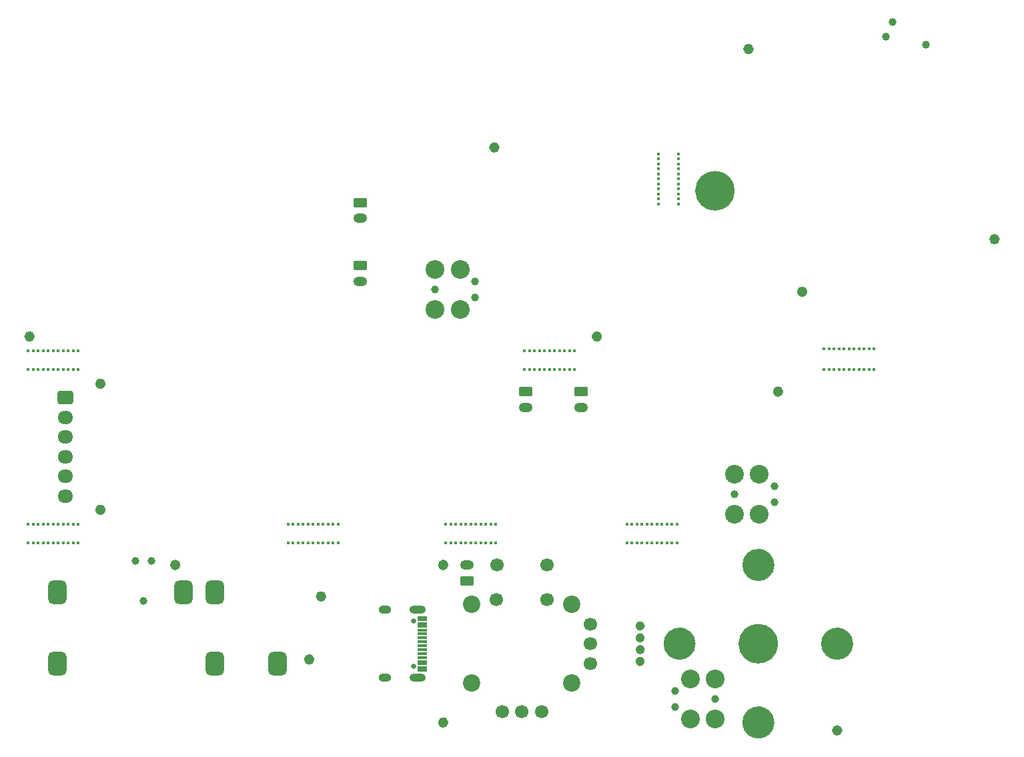
<source format=gbr>
G04 #@! TF.GenerationSoftware,KiCad,Pcbnew,8.0.5*
G04 #@! TF.CreationDate,2025-07-01T00:57:45-07:00*
G04 #@! TF.ProjectId,IotRollerBlinds,496f7452-6f6c-46c6-9572-426c696e6473,rev?*
G04 #@! TF.SameCoordinates,Original*
G04 #@! TF.FileFunction,Soldermask,Bot*
G04 #@! TF.FilePolarity,Negative*
%FSLAX46Y46*%
G04 Gerber Fmt 4.6, Leading zero omitted, Abs format (unit mm)*
G04 Created by KiCad (PCBNEW 8.0.5) date 2025-07-01 00:57:45*
%MOMM*%
%LPD*%
G01*
G04 APERTURE LIST*
G04 Aperture macros list*
%AMRoundRect*
0 Rectangle with rounded corners*
0 $1 Rounding radius*
0 $2 $3 $4 $5 $6 $7 $8 $9 X,Y pos of 4 corners*
0 Add a 4 corners polygon primitive as box body*
4,1,4,$2,$3,$4,$5,$6,$7,$8,$9,$2,$3,0*
0 Add four circle primitives for the rounded corners*
1,1,$1+$1,$2,$3*
1,1,$1+$1,$4,$5*
1,1,$1+$1,$6,$7*
1,1,$1+$1,$8,$9*
0 Add four rect primitives between the rounded corners*
20,1,$1+$1,$2,$3,$4,$5,0*
20,1,$1+$1,$4,$5,$6,$7,0*
20,1,$1+$1,$6,$7,$8,$9,0*
20,1,$1+$1,$8,$9,$2,$3,0*%
G04 Aperture macros list end*
%ADD10C,0.650000*%
%ADD11C,0.700000*%
%ADD12C,2.050000*%
%ADD13C,2.500000*%
%ADD14C,0.380000*%
%ADD15RoundRect,0.250000X0.625000X-0.350000X0.625000X0.350000X-0.625000X0.350000X-0.625000X-0.350000X0*%
%ADD16O,1.750000X1.200000*%
%ADD17C,1.152000*%
%ADD18C,2.374900*%
%ADD19C,0.990600*%
%ADD20RoundRect,0.250000X-0.625000X0.350000X-0.625000X-0.350000X0.625000X-0.350000X0.625000X0.350000X0*%
%ADD21RoundRect,0.250000X-0.725000X0.600000X-0.725000X-0.600000X0.725000X-0.600000X0.725000X0.600000X0*%
%ADD22O,1.950000X1.700000*%
%ADD23RoundRect,0.125000X-0.000010X0.446000X-0.000010X-0.446000X0.000010X-0.446000X0.000010X0.446000X0*%
%ADD24RoundRect,0.125000X-0.000010X1.202500X-0.000010X-1.202500X0.000010X-1.202500X0.000010X1.202500X0*%
%ADD25RoundRect,0.125000X-0.000010X1.715000X-0.000010X-1.715000X0.000010X-1.715000X0.000010X1.715000X0*%
%ADD26RoundRect,0.125000X-0.000010X1.548500X-0.000010X-1.548500X0.000010X-1.548500X0.000010X1.548500X0*%
%ADD27C,0.650000*%
%ADD28R,1.150000X0.300000*%
%ADD29O,1.600000X1.000000*%
%ADD30O,2.100000X1.000000*%
%ADD31C,1.700000*%
%ADD32C,2.200000*%
%ADD33RoundRect,0.575000X0.575000X0.925000X-0.575000X0.925000X-0.575000X-0.925000X0.575000X-0.925000X0*%
G04 APERTURE END LIST*
D10*
X45825000Y-115000000D02*
G75*
G02*
X45175000Y-115000000I-325000J0D01*
G01*
X45175000Y-115000000D02*
G75*
G02*
X45825000Y-115000000I325000J0D01*
G01*
X129825000Y-136000000D02*
G75*
G02*
X129175000Y-136000000I-325000J0D01*
G01*
X129175000Y-136000000D02*
G75*
G02*
X129825000Y-136000000I325000J0D01*
G01*
X79825000Y-115000000D02*
G75*
G02*
X79175000Y-115000000I-325000J0D01*
G01*
X79175000Y-115000000D02*
G75*
G02*
X79825000Y-115000000I325000J0D01*
G01*
X149802591Y-73653669D02*
G75*
G02*
X149152591Y-73653669I-325000J0D01*
G01*
X149152591Y-73653669D02*
G75*
G02*
X149802591Y-73653669I325000J0D01*
G01*
X99325000Y-86000000D02*
G75*
G02*
X98675000Y-86000000I-325000J0D01*
G01*
X98675000Y-86000000D02*
G75*
G02*
X99325000Y-86000000I325000J0D01*
G01*
X79825000Y-135000000D02*
G75*
G02*
X79175000Y-135000000I-325000J0D01*
G01*
X79175000Y-135000000D02*
G75*
G02*
X79825000Y-135000000I325000J0D01*
G01*
X36325000Y-92000000D02*
G75*
G02*
X35675000Y-92000000I-325000J0D01*
G01*
X35675000Y-92000000D02*
G75*
G02*
X36325000Y-92000000I325000J0D01*
G01*
X86325000Y-62000000D02*
G75*
G02*
X85675000Y-62000000I-325000J0D01*
G01*
X85675000Y-62000000D02*
G75*
G02*
X86325000Y-62000000I325000J0D01*
G01*
X62825000Y-127000000D02*
G75*
G02*
X62175000Y-127000000I-325000J0D01*
G01*
X62175000Y-127000000D02*
G75*
G02*
X62825000Y-127000000I325000J0D01*
G01*
X27325000Y-86000000D02*
G75*
G02*
X26675000Y-86000000I-325000J0D01*
G01*
X26675000Y-86000000D02*
G75*
G02*
X27325000Y-86000000I325000J0D01*
G01*
X36325000Y-108000000D02*
G75*
G02*
X35675000Y-108000000I-325000J0D01*
G01*
X35675000Y-108000000D02*
G75*
G02*
X36325000Y-108000000I325000J0D01*
G01*
X118575000Y-49500000D02*
G75*
G02*
X117925000Y-49500000I-325000J0D01*
G01*
X117925000Y-49500000D02*
G75*
G02*
X118575000Y-49500000I325000J0D01*
G01*
X122325000Y-93000000D02*
G75*
G02*
X121675000Y-93000000I-325000J0D01*
G01*
X121675000Y-93000000D02*
G75*
G02*
X122325000Y-93000000I325000J0D01*
G01*
X125393407Y-80320133D02*
G75*
G02*
X124743407Y-80320133I-325000J0D01*
G01*
X124743407Y-80320133D02*
G75*
G02*
X125393407Y-80320133I325000J0D01*
G01*
X64325000Y-119000000D02*
G75*
G02*
X63675000Y-119000000I-325000J0D01*
G01*
X63675000Y-119000000D02*
G75*
G02*
X64325000Y-119000000I325000J0D01*
G01*
D11*
X104750000Y-122750000D02*
G75*
G02*
X104250000Y-122750000I-250000J0D01*
G01*
X104250000Y-122750000D02*
G75*
G02*
X104750000Y-122750000I250000J0D01*
G01*
X104750000Y-124250000D02*
G75*
G02*
X104250000Y-124250000I-250000J0D01*
G01*
X104250000Y-124250000D02*
G75*
G02*
X104750000Y-124250000I250000J0D01*
G01*
X104750000Y-125750000D02*
G75*
G02*
X104250000Y-125750000I-250000J0D01*
G01*
X104250000Y-125750000D02*
G75*
G02*
X104750000Y-125750000I250000J0D01*
G01*
X104750000Y-127250000D02*
G75*
G02*
X104250000Y-127250000I-250000J0D01*
G01*
X104250000Y-127250000D02*
G75*
G02*
X104750000Y-127250000I250000J0D01*
G01*
D12*
X120525000Y-115000000D02*
G75*
G02*
X118475000Y-115000000I-1025000J0D01*
G01*
X118475000Y-115000000D02*
G75*
G02*
X120525000Y-115000000I1025000J0D01*
G01*
D13*
X115250000Y-67500000D02*
G75*
G02*
X112750000Y-67500000I-1250000J0D01*
G01*
X112750000Y-67500000D02*
G75*
G02*
X115250000Y-67500000I1250000J0D01*
G01*
X120750000Y-125000000D02*
G75*
G02*
X118250000Y-125000000I-1250000J0D01*
G01*
X118250000Y-125000000D02*
G75*
G02*
X120750000Y-125000000I1250000J0D01*
G01*
D12*
X130525000Y-125000000D02*
G75*
G02*
X128475000Y-125000000I-1025000J0D01*
G01*
X128475000Y-125000000D02*
G75*
G02*
X130525000Y-125000000I1025000J0D01*
G01*
X120525000Y-135000000D02*
G75*
G02*
X118475000Y-135000000I-1025000J0D01*
G01*
X118475000Y-135000000D02*
G75*
G02*
X120525000Y-135000000I1025000J0D01*
G01*
X110525000Y-125000000D02*
G75*
G02*
X108475000Y-125000000I-1025000J0D01*
G01*
X108475000Y-125000000D02*
G75*
G02*
X110525000Y-125000000I1025000J0D01*
G01*
D14*
X134175000Y-90190000D03*
X133540000Y-90190000D03*
X132905000Y-90190000D03*
X132270000Y-90190000D03*
X131635000Y-90190000D03*
X131000000Y-90190000D03*
X130365000Y-90190000D03*
X129730000Y-90190000D03*
X129095000Y-90190000D03*
X128460000Y-90190000D03*
X127825000Y-90190000D03*
D15*
X82500000Y-117000000D03*
D16*
X82500000Y-115000000D03*
D17*
X45500000Y-115000000D03*
D14*
X33175000Y-112190000D03*
X33175000Y-109810000D03*
X32540000Y-112190000D03*
X32540000Y-109810000D03*
X31905000Y-112190000D03*
X31905000Y-109810000D03*
X31270000Y-112190000D03*
X31270000Y-109810000D03*
X30635000Y-112190000D03*
X30635000Y-109810000D03*
X30000000Y-112190000D03*
X30000000Y-109810000D03*
X29365000Y-112190000D03*
X29365000Y-109810000D03*
X28730000Y-112190000D03*
X28730000Y-109810000D03*
X28095000Y-112190000D03*
X28095000Y-109810000D03*
X27460000Y-112190000D03*
X27460000Y-109810000D03*
X26825000Y-112190000D03*
X26825000Y-109810000D03*
D18*
X114040000Y-134540000D03*
D19*
X114040000Y-132000000D03*
D18*
X114040000Y-129460000D03*
X110865000Y-134540000D03*
X110865000Y-129460000D03*
D19*
X108960000Y-133016000D03*
X108960000Y-130984000D03*
D14*
X106810000Y-69175000D03*
X106810000Y-68540000D03*
X106810000Y-67905000D03*
X106810000Y-67270000D03*
X106810000Y-66635000D03*
X106810000Y-66000000D03*
X106810000Y-65365000D03*
X106810000Y-64730000D03*
X106810000Y-64095000D03*
X106810000Y-63460000D03*
X106810000Y-62825000D03*
D20*
X90000000Y-93000000D03*
D16*
X90000000Y-95000000D03*
D17*
X129500000Y-136000000D03*
X79500000Y-115000000D03*
D14*
X33175000Y-90190000D03*
X33175000Y-87810000D03*
X32540000Y-90190000D03*
X32540000Y-87810000D03*
X31905000Y-90190000D03*
X31905000Y-87810000D03*
X31270000Y-90190000D03*
X31270000Y-87810000D03*
X30635000Y-90190000D03*
X30635000Y-87810000D03*
X30000000Y-90190000D03*
X30000000Y-87810000D03*
X29365000Y-90190000D03*
X29365000Y-87810000D03*
X28730000Y-90190000D03*
X28730000Y-87810000D03*
X28095000Y-90190000D03*
X28095000Y-87810000D03*
X27460000Y-90190000D03*
X27460000Y-87810000D03*
X26825000Y-90190000D03*
X26825000Y-87810000D03*
X109395499Y-62825000D03*
X109395499Y-63460000D03*
X109395499Y-64095001D03*
X109395499Y-64729999D03*
X109395499Y-65365000D03*
X109395499Y-66000000D03*
X109395499Y-66635000D03*
X109395499Y-67270001D03*
X109395499Y-67904999D03*
X109395499Y-68540000D03*
X109395499Y-69175000D03*
D19*
X41500000Y-119540000D03*
X40484000Y-114460000D03*
X42516000Y-114460000D03*
D21*
X31525000Y-93750000D03*
D22*
X31525000Y-96250000D03*
X31525000Y-98750000D03*
X31525000Y-101250000D03*
X31525000Y-103750000D03*
X31525000Y-106250000D03*
D17*
X149477591Y-73653669D03*
D14*
X127825000Y-87604500D03*
X128460000Y-87604500D03*
X129095000Y-87604500D03*
X129730000Y-87604500D03*
X130365000Y-87604500D03*
X131000000Y-87604500D03*
X131635000Y-87604500D03*
X132270000Y-87604500D03*
X132905000Y-87604500D03*
X133540000Y-87604500D03*
X134175000Y-87604500D03*
D17*
X99000000Y-86000000D03*
D14*
X96175000Y-90190000D03*
X96175000Y-87810000D03*
X95540000Y-90190000D03*
X95540000Y-87810000D03*
X94905000Y-90190000D03*
X94905000Y-87810000D03*
X94270000Y-90190000D03*
X94270000Y-87810000D03*
X93635000Y-90190000D03*
X93635000Y-87810000D03*
X93000000Y-90190000D03*
X93000000Y-87810000D03*
X92365000Y-90190000D03*
X92365000Y-87810000D03*
X91730000Y-90190000D03*
X91730000Y-87810000D03*
X91095000Y-90190000D03*
X91095000Y-87810000D03*
X90460000Y-90190000D03*
X90460000Y-87810000D03*
X89825000Y-90190000D03*
X89825000Y-87810000D03*
D17*
X79500000Y-135000000D03*
D19*
X140808981Y-48956365D03*
X135726865Y-47950995D03*
X136504478Y-46073671D03*
D20*
X69000000Y-77000000D03*
D16*
X69000000Y-79000000D03*
D20*
X69000000Y-69000000D03*
D16*
X69000000Y-71000000D03*
D14*
X66175000Y-112190000D03*
X66175000Y-109810000D03*
X65540000Y-112190000D03*
X65540000Y-109810000D03*
X64905000Y-112190000D03*
X64905000Y-109810000D03*
X64270000Y-112190000D03*
X64270000Y-109810000D03*
X63635000Y-112190000D03*
X63635000Y-109810000D03*
X63000000Y-112190000D03*
X63000000Y-109810000D03*
X62365000Y-112190000D03*
X62365000Y-109810000D03*
X61730000Y-112190000D03*
X61730000Y-109810000D03*
X61095000Y-112190000D03*
X61095000Y-109810000D03*
X60460000Y-112190000D03*
X60460000Y-109810000D03*
X59825000Y-112190000D03*
X59825000Y-109810000D03*
D18*
X116460000Y-103460000D03*
D19*
X116460000Y-106000000D03*
D18*
X116460000Y-108540000D03*
X119635000Y-103460000D03*
X119635000Y-108540000D03*
D19*
X121540000Y-104984000D03*
X121540000Y-107016000D03*
D20*
X97000000Y-93000000D03*
D16*
X97000000Y-95000000D03*
D17*
X36000000Y-92000000D03*
X86000000Y-62000000D03*
X62500000Y-127000000D03*
D14*
X109175000Y-112190000D03*
X109175000Y-109810000D03*
X108540000Y-112190000D03*
X108540000Y-109810000D03*
X107905000Y-112190000D03*
X107905000Y-109810000D03*
X107270000Y-112190000D03*
X107270000Y-109810000D03*
X106635000Y-112190000D03*
X106635000Y-109810000D03*
X106000000Y-112190000D03*
X106000000Y-109810000D03*
X105365000Y-112190000D03*
X105365000Y-109810000D03*
X104730000Y-112190000D03*
X104730000Y-109810000D03*
X104095000Y-112190000D03*
X104095000Y-109810000D03*
X103460000Y-112190000D03*
X103460000Y-109810000D03*
X102825000Y-112190000D03*
X102825000Y-109810000D03*
D17*
X27000000Y-86000000D03*
X36000000Y-108000000D03*
D14*
X86175000Y-112190000D03*
X86175000Y-109810000D03*
X85540000Y-112190000D03*
X85540000Y-109810000D03*
X84905000Y-112190000D03*
X84905000Y-109810000D03*
X84270000Y-112190000D03*
X84270000Y-109810000D03*
X83635000Y-112190000D03*
X83635000Y-109810000D03*
X83000000Y-112190000D03*
X83000000Y-109810000D03*
X82365000Y-112190000D03*
X82365000Y-109810000D03*
X81730000Y-112190000D03*
X81730000Y-109810000D03*
X81095000Y-112190000D03*
X81095000Y-109810000D03*
X80460000Y-112190000D03*
X80460000Y-109810000D03*
X79825000Y-112190000D03*
X79825000Y-109810000D03*
D17*
X118250000Y-49500000D03*
D18*
X78460000Y-77460000D03*
D19*
X78460000Y-80000000D03*
D18*
X78460000Y-82540000D03*
X81635000Y-77460000D03*
X81635000Y-82540000D03*
D19*
X83540000Y-78984000D03*
X83540000Y-81016000D03*
D17*
X122000000Y-93000000D03*
X125068407Y-80320133D03*
X64000000Y-119000000D03*
D23*
X117750000Y-114625000D03*
D24*
X120750000Y-114750000D03*
D25*
X119750000Y-114750000D03*
D26*
X118750000Y-114750000D03*
X120250000Y-115250000D03*
D25*
X119250000Y-115250000D03*
D24*
X118250000Y-115250000D03*
D23*
X121250000Y-115375000D03*
D27*
X75780000Y-127890000D03*
X75780000Y-122110000D03*
D28*
X76845000Y-128350000D03*
X76845000Y-127550000D03*
X76845000Y-126250000D03*
X76845000Y-125250000D03*
X76845000Y-124750000D03*
X76845000Y-123750000D03*
X76845000Y-122450000D03*
X76845000Y-121650000D03*
X76845000Y-121950000D03*
X76845000Y-122750000D03*
X76845000Y-123250000D03*
X76845000Y-124250000D03*
X76845000Y-125750000D03*
X76845000Y-126750000D03*
X76845000Y-127250000D03*
X76845000Y-128050000D03*
D29*
X72100000Y-129320000D03*
D30*
X76280000Y-129320000D03*
D29*
X72100000Y-120680000D03*
D30*
X76280000Y-120680000D03*
D23*
X127750000Y-124625000D03*
D24*
X130750000Y-124750000D03*
D25*
X129750000Y-124750000D03*
D26*
X128750000Y-124750000D03*
X130250000Y-125250000D03*
D25*
X129250000Y-125250000D03*
D24*
X128250000Y-125250000D03*
D23*
X131250000Y-125375000D03*
X117750000Y-134625000D03*
D24*
X120750000Y-134750000D03*
D25*
X119750000Y-134750000D03*
D26*
X118750000Y-134750000D03*
X120250000Y-135250000D03*
D25*
X119250000Y-135250000D03*
D24*
X118250000Y-135250000D03*
D23*
X121250000Y-135375000D03*
X107750000Y-124625000D03*
D24*
X110750000Y-124750000D03*
D25*
X109750000Y-124750000D03*
D26*
X108750000Y-124750000D03*
X110250000Y-125250000D03*
D25*
X109250000Y-125250000D03*
D24*
X108250000Y-125250000D03*
D23*
X111250000Y-125375000D03*
D31*
X92700000Y-115000000D03*
X86300000Y-115000000D03*
X92700000Y-119400000D03*
X86250000Y-119400000D03*
X98150000Y-122500000D03*
X98150000Y-125000000D03*
X98150000Y-127500000D03*
X92000000Y-133650000D03*
X89500000Y-133650000D03*
X87000000Y-133650000D03*
D32*
X95850000Y-120000000D03*
X83150000Y-120000000D03*
X95850000Y-130000000D03*
X83150000Y-130000000D03*
D33*
X30500000Y-118500000D03*
X46500000Y-118500000D03*
X50500000Y-118500000D03*
X30500000Y-127500000D03*
X50500000Y-127500000D03*
X58500000Y-127500000D03*
M02*

</source>
